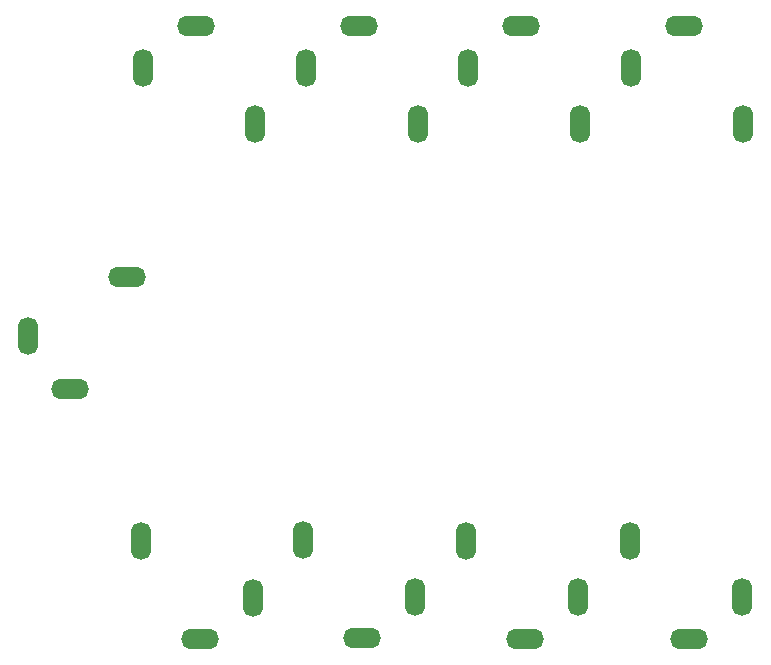
<source format=gbr>
%TF.GenerationSoftware,KiCad,Pcbnew,9.0.7*%
%TF.CreationDate,2026-01-03T19:20:17+01:00*%
%TF.ProjectId,PCB,5043422e-6b69-4636-9164-5f7063625858,rev?*%
%TF.SameCoordinates,Original*%
%TF.FileFunction,Soldermask,Bot*%
%TF.FilePolarity,Negative*%
%FSLAX46Y46*%
G04 Gerber Fmt 4.6, Leading zero omitted, Abs format (unit mm)*
G04 Created by KiCad (PCBNEW 9.0.7) date 2026-01-03 19:20:17*
%MOMM*%
%LPD*%
G01*
G04 APERTURE LIST*
%ADD10O,3.220000X1.712000*%
%ADD11O,1.712000X3.220000*%
G04 APERTURE END LIST*
D10*
%TO.C,J6*%
X123034500Y-106090000D03*
D11*
X127534500Y-102590000D03*
X118034500Y-97790000D03*
%TD*%
D10*
%TO.C,J5*%
X136953000Y-106090000D03*
D11*
X141453000Y-102590000D03*
X131953000Y-97790000D03*
%TD*%
%TO.C,J9*%
X81005000Y-80440500D03*
D10*
X84505000Y-84940500D03*
X89305000Y-75440500D03*
%TD*%
%TO.C,J1*%
X136495500Y-54229000D03*
D11*
X131995500Y-57729000D03*
X141495500Y-62529000D03*
%TD*%
D10*
%TO.C,J3*%
X108965500Y-54229000D03*
D11*
X104465500Y-57729000D03*
X113965500Y-62529000D03*
%TD*%
D10*
%TO.C,J8*%
X95504000Y-106116000D03*
D11*
X100004000Y-102616000D03*
X90504000Y-97816000D03*
%TD*%
D10*
%TO.C,J2*%
X122730500Y-54229000D03*
D11*
X118230500Y-57729000D03*
X127730500Y-62529000D03*
%TD*%
D10*
%TO.C,J4*%
X95200500Y-54229000D03*
D11*
X90700500Y-57729000D03*
X100200500Y-62529000D03*
%TD*%
D10*
%TO.C,J7*%
X109269500Y-106066000D03*
D11*
X113769500Y-102566000D03*
X104269500Y-97766000D03*
%TD*%
M02*

</source>
